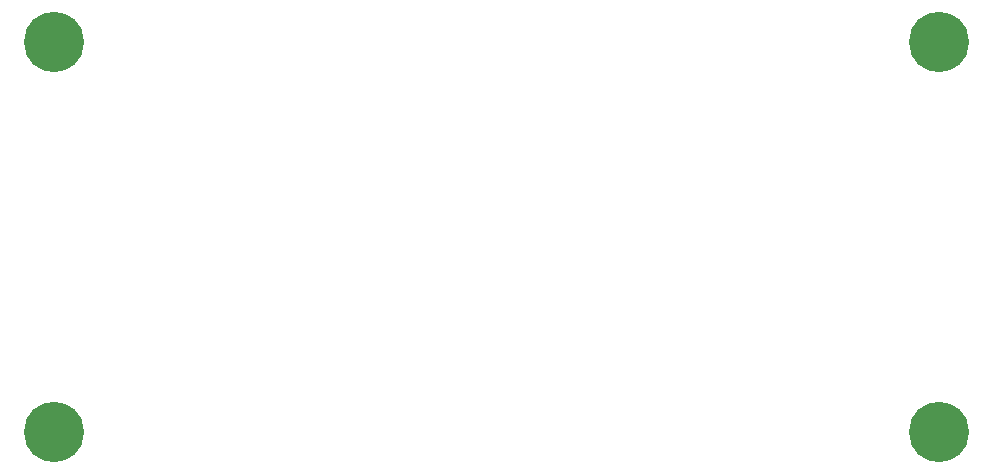
<source format=gts>
%TF.GenerationSoftware,KiCad,Pcbnew,(5.1.8)-1*%
%TF.CreationDate,2021-03-14T22:30:27+01:00*%
%TF.ProjectId,Amiga Mouse Switch Faceplate B1,416d6967-6120-44d6-9f75-736520537769,rev?*%
%TF.SameCoordinates,Original*%
%TF.FileFunction,Soldermask,Top*%
%TF.FilePolarity,Negative*%
%FSLAX46Y46*%
G04 Gerber Fmt 4.6, Leading zero omitted, Abs format (unit mm)*
G04 Created by KiCad (PCBNEW (5.1.8)-1) date 2021-03-14 22:30:27*
%MOMM*%
%LPD*%
G01*
G04 APERTURE LIST*
%ADD10C,5.100000*%
G04 APERTURE END LIST*
D10*
%TO.C,M1*%
X102235000Y-108585000D03*
%TD*%
%TO.C,M2*%
X177165000Y-75565000D03*
%TD*%
%TO.C,M3*%
X102235000Y-75565000D03*
%TD*%
%TO.C,M4*%
X177165000Y-108585000D03*
%TD*%
M02*

</source>
